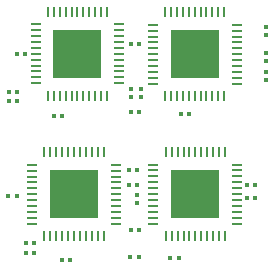
<source format=gbr>
G04 #@! TF.GenerationSoftware,KiCad,Pcbnew,9.0.5*
G04 #@! TF.CreationDate,2025-10-24T14:39:17-07:00*
G04 #@! TF.ProjectId,iris-128b,69726973-2d31-4323-9862-2e6b69636164,rev?*
G04 #@! TF.SameCoordinates,Original*
G04 #@! TF.FileFunction,Paste,Bot*
G04 #@! TF.FilePolarity,Positive*
%FSLAX46Y46*%
G04 Gerber Fmt 4.6, Leading zero omitted, Abs format (unit mm)*
G04 Created by KiCad (PCBNEW 9.0.5) date 2025-10-24 14:39:17*
%MOMM*%
%LPD*%
G01*
G04 APERTURE LIST*
G04 Aperture macros list*
%AMRoundRect*
0 Rectangle with rounded corners*
0 $1 Rounding radius*
0 $2 $3 $4 $5 $6 $7 $8 $9 X,Y pos of 4 corners*
0 Add a 4 corners polygon primitive as box body*
4,1,4,$2,$3,$4,$5,$6,$7,$8,$9,$2,$3,0*
0 Add four circle primitives for the rounded corners*
1,1,$1+$1,$2,$3*
1,1,$1+$1,$4,$5*
1,1,$1+$1,$6,$7*
1,1,$1+$1,$8,$9*
0 Add four rect primitives between the rounded corners*
20,1,$1+$1,$2,$3,$4,$5,0*
20,1,$1+$1,$4,$5,$6,$7,0*
20,1,$1+$1,$6,$7,$8,$9,0*
20,1,$1+$1,$8,$9,$2,$3,0*%
G04 Aperture macros list end*
%ADD10RoundRect,0.079500X0.079500X0.100500X-0.079500X0.100500X-0.079500X-0.100500X0.079500X-0.100500X0*%
%ADD11RoundRect,0.079500X0.100500X-0.079500X0.100500X0.079500X-0.100500X0.079500X-0.100500X-0.079500X0*%
%ADD12RoundRect,0.079500X-0.100500X0.079500X-0.100500X-0.079500X0.100500X-0.079500X0.100500X0.079500X0*%
%ADD13R,0.900000X0.250000*%
%ADD14R,0.250000X0.900000*%
%ADD15R,4.100000X4.100000*%
%ADD16RoundRect,0.079500X-0.079500X-0.100500X0.079500X-0.100500X0.079500X0.100500X-0.079500X0.100500X0*%
G04 APERTURE END LIST*
D10*
X104325000Y-97808740D03*
X103635000Y-97808740D03*
X105795000Y-110570000D03*
X105105000Y-110570000D03*
X114695000Y-109470000D03*
X114005000Y-109470000D03*
D11*
X113950000Y-98220000D03*
X113950000Y-97530000D03*
D10*
X105020000Y-94575000D03*
X104330000Y-94575000D03*
D12*
X125375000Y-94455000D03*
X125375000Y-95145000D03*
D10*
X114620000Y-111750000D03*
X113930000Y-111750000D03*
D13*
X112998570Y-92043550D03*
X112998570Y-92543550D03*
X112998570Y-93043550D03*
X112998570Y-93543550D03*
X112998570Y-94043550D03*
X112998570Y-94543550D03*
X112998570Y-95043550D03*
X112998570Y-95543550D03*
X112998570Y-96043550D03*
X112998570Y-96543550D03*
X112998570Y-97043550D03*
D14*
X111948570Y-98093550D03*
X111448570Y-98093550D03*
X110948570Y-98093550D03*
X110448570Y-98093550D03*
X109948570Y-98093550D03*
X109448570Y-98093550D03*
X108948570Y-98093550D03*
X108448570Y-98093550D03*
X107948570Y-98093550D03*
X107448570Y-98093550D03*
X106948570Y-98093550D03*
D13*
X105898570Y-97043550D03*
X105898570Y-96543550D03*
X105898570Y-96043550D03*
X105898570Y-95543550D03*
X105898570Y-95043550D03*
X105898570Y-94543550D03*
X105898570Y-94043550D03*
X105898570Y-93543550D03*
X105898570Y-93043550D03*
X105898570Y-92543550D03*
X105898570Y-92043550D03*
D14*
X106948570Y-90993550D03*
X107448570Y-90993550D03*
X107948570Y-90993550D03*
X108448570Y-90993550D03*
X108948570Y-90993550D03*
X109448570Y-90993550D03*
X109948570Y-90993550D03*
X110448570Y-90993550D03*
X110948570Y-90993550D03*
X111448570Y-90993550D03*
X111948570Y-90993550D03*
D15*
X109448570Y-94543550D03*
D13*
X112708670Y-103946690D03*
X112708670Y-104446690D03*
X112708670Y-104946690D03*
X112708670Y-105446690D03*
X112708670Y-105946690D03*
X112708670Y-106446690D03*
X112708670Y-106946690D03*
X112708670Y-107446690D03*
X112708670Y-107946690D03*
X112708670Y-108446690D03*
X112708670Y-108946690D03*
D14*
X111658670Y-109996690D03*
X111158670Y-109996690D03*
X110658670Y-109996690D03*
X110158670Y-109996690D03*
X109658670Y-109996690D03*
X109158670Y-109996690D03*
X108658670Y-109996690D03*
X108158670Y-109996690D03*
X107658670Y-109996690D03*
X107158670Y-109996690D03*
X106658670Y-109996690D03*
D13*
X105608670Y-108946690D03*
X105608670Y-108446690D03*
X105608670Y-107946690D03*
X105608670Y-107446690D03*
X105608670Y-106946690D03*
X105608670Y-106446690D03*
X105608670Y-105946690D03*
X105608670Y-105446690D03*
X105608670Y-104946690D03*
X105608670Y-104446690D03*
X105608670Y-103946690D03*
D14*
X106658670Y-102896690D03*
X107158670Y-102896690D03*
X107658670Y-102896690D03*
X108158670Y-102896690D03*
X108658670Y-102896690D03*
X109158670Y-102896690D03*
X109658670Y-102896690D03*
X110158670Y-102896690D03*
X110658670Y-102896690D03*
X111158670Y-102896690D03*
X111658670Y-102896690D03*
D15*
X109158670Y-106446690D03*
D16*
X113980000Y-93700000D03*
X114670000Y-93700000D03*
D13*
X122920850Y-92088830D03*
X122920850Y-92588830D03*
X122920850Y-93088830D03*
X122920850Y-93588830D03*
X122920850Y-94088830D03*
X122920850Y-94588830D03*
X122920850Y-95088830D03*
X122920850Y-95588830D03*
X122920850Y-96088830D03*
X122920850Y-96588830D03*
X122920850Y-97088830D03*
D14*
X121870850Y-98138830D03*
X121370850Y-98138830D03*
X120870850Y-98138830D03*
X120370850Y-98138830D03*
X119870850Y-98138830D03*
X119370850Y-98138830D03*
X118870850Y-98138830D03*
X118370850Y-98138830D03*
X117870850Y-98138830D03*
X117370850Y-98138830D03*
X116870850Y-98138830D03*
D13*
X115820850Y-97088830D03*
X115820850Y-96588830D03*
X115820850Y-96088830D03*
X115820850Y-95588830D03*
X115820850Y-95088830D03*
X115820850Y-94588830D03*
X115820850Y-94088830D03*
X115820850Y-93588830D03*
X115820850Y-93088830D03*
X115820850Y-92588830D03*
X115820850Y-92088830D03*
D14*
X116870850Y-91038830D03*
X117370850Y-91038830D03*
X117870850Y-91038830D03*
X118370850Y-91038830D03*
X118870850Y-91038830D03*
X119370850Y-91038830D03*
X119870850Y-91038830D03*
X120370850Y-91038830D03*
X120870850Y-91038830D03*
X121370850Y-91038830D03*
X121870850Y-91038830D03*
D15*
X119370850Y-94588830D03*
D10*
X104295000Y-106550000D03*
X103605000Y-106550000D03*
D11*
X114450000Y-107195000D03*
X114450000Y-106505000D03*
D16*
X105095000Y-111380000D03*
X105785000Y-111380000D03*
D10*
X108795000Y-112050000D03*
X108105000Y-112050000D03*
X114698570Y-99443550D03*
X114008570Y-99443550D03*
D16*
X123805000Y-105675000D03*
X124495000Y-105675000D03*
D10*
X118870000Y-99650000D03*
X118180000Y-99650000D03*
X114495000Y-104425000D03*
X113805000Y-104425000D03*
D11*
X114850000Y-98245000D03*
X114850000Y-97555000D03*
D16*
X113805000Y-105650000D03*
X114495000Y-105650000D03*
D12*
X125375000Y-96105000D03*
X125375000Y-96795000D03*
D13*
X122981580Y-103925260D03*
X122981580Y-104425260D03*
X122981580Y-104925260D03*
X122981580Y-105425260D03*
X122981580Y-105925260D03*
X122981580Y-106425260D03*
X122981580Y-106925260D03*
X122981580Y-107425260D03*
X122981580Y-107925260D03*
X122981580Y-108425260D03*
X122981580Y-108925260D03*
D14*
X121931580Y-109975260D03*
X121431580Y-109975260D03*
X120931580Y-109975260D03*
X120431580Y-109975260D03*
X119931580Y-109975260D03*
X119431580Y-109975260D03*
X118931580Y-109975260D03*
X118431580Y-109975260D03*
X117931580Y-109975260D03*
X117431580Y-109975260D03*
X116931580Y-109975260D03*
D13*
X115881580Y-108925260D03*
X115881580Y-108425260D03*
X115881580Y-107925260D03*
X115881580Y-107425260D03*
X115881580Y-106925260D03*
X115881580Y-106425260D03*
X115881580Y-105925260D03*
X115881580Y-105425260D03*
X115881580Y-104925260D03*
X115881580Y-104425260D03*
X115881580Y-103925260D03*
D14*
X116931580Y-102875260D03*
X117431580Y-102875260D03*
X117931580Y-102875260D03*
X118431580Y-102875260D03*
X118931580Y-102875260D03*
X119431580Y-102875260D03*
X119931580Y-102875260D03*
X120431580Y-102875260D03*
X120931580Y-102875260D03*
X121431580Y-102875260D03*
X121931580Y-102875260D03*
D15*
X119431580Y-106425260D03*
D16*
X123805000Y-106800000D03*
X124495000Y-106800000D03*
D12*
X125425000Y-92280000D03*
X125425000Y-92970000D03*
D10*
X118004970Y-111856150D03*
X117314970Y-111856150D03*
X104320000Y-98558740D03*
X103630000Y-98558740D03*
X108133030Y-99832870D03*
X107443030Y-99832870D03*
M02*

</source>
